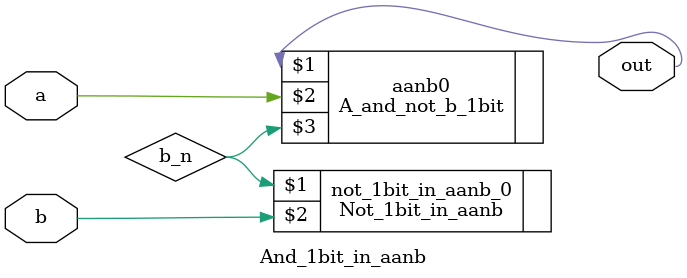
<source format=v>
`timescale 1ns/1ps

module And_1bit_in_aanb (out, a, b);
input a;
input b;
output out;

wire b_n;

Not_1bit_in_aanb not_1bit_in_aanb_0 (b_n, b);
A_and_not_b_1bit aanb0 (out, a, b_n);

endmodule
</source>
